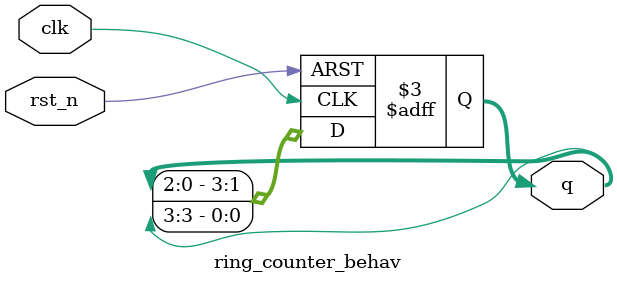
<source format=v>
module ring_counter_behav (
  input clk, rst_n,
  output reg [3:0] q
);
  always @(posedge clk or negedge rst_n) begin
    if (!rst_n)
      q <= 4'b0001;        
    else
      q <= {q[2:0], q[3]}; 
  end
endmodule
</source>
